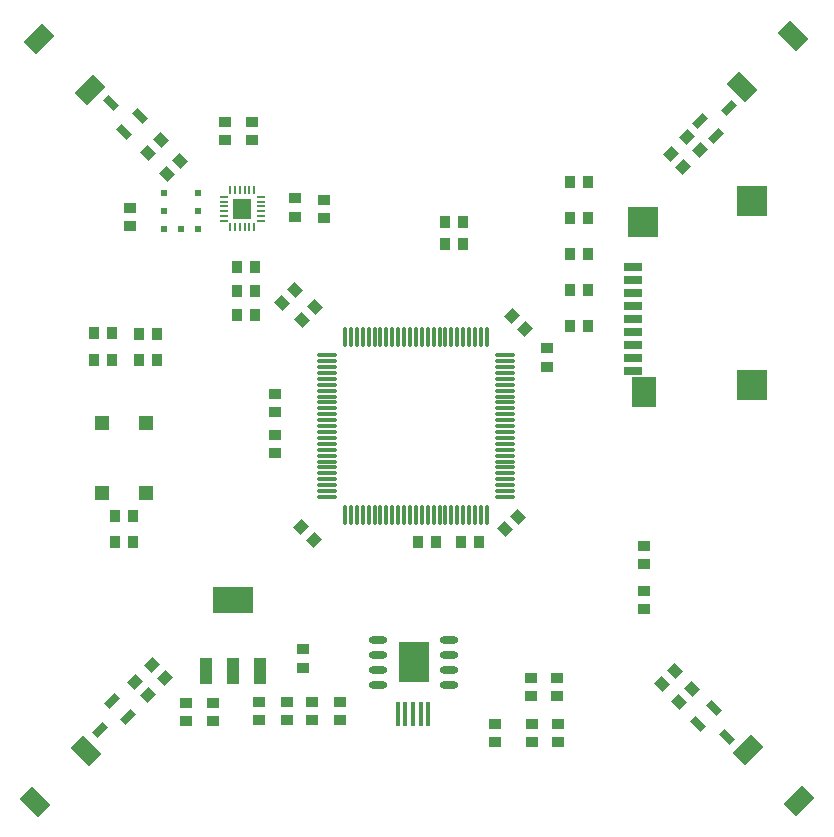
<source format=gtp>
G04 Layer_Color=8421504*
%FSLAX25Y25*%
%MOIN*%
G70*
G01*
G75*
%ADD10R,0.06299X0.06890*%
%ADD11R,0.00787X0.02756*%
%ADD12R,0.02756X0.00787*%
G04:AMPARAMS|DCode=13|XSize=36.61mil|YSize=38.58mil|CornerRadius=0mil|HoleSize=0mil|Usage=FLASHONLY|Rotation=45.000|XOffset=0mil|YOffset=0mil|HoleType=Round|Shape=Rectangle|*
%AMROTATEDRECTD13*
4,1,4,0.00070,-0.02659,-0.02659,0.00070,-0.00070,0.02659,0.02659,-0.00070,0.00070,-0.02659,0.0*
%
%ADD13ROTATEDRECTD13*%

%ADD14R,0.03661X0.03858*%
%ADD15R,0.03858X0.03661*%
G04:AMPARAMS|DCode=16|XSize=36.61mil|YSize=38.58mil|CornerRadius=0mil|HoleSize=0mil|Usage=FLASHONLY|Rotation=315.000|XOffset=0mil|YOffset=0mil|HoleType=Round|Shape=Rectangle|*
%AMROTATEDRECTD16*
4,1,4,-0.02659,-0.00070,0.00070,0.02659,0.02659,0.00070,-0.00070,-0.02659,-0.02659,-0.00070,0.0*
%
%ADD16ROTATEDRECTD16*%

G04:AMPARAMS|DCode=17|XSize=86.61mil|YSize=59.05mil|CornerRadius=0mil|HoleSize=0mil|Usage=FLASHONLY|Rotation=225.000|XOffset=0mil|YOffset=0mil|HoleType=Round|Shape=Rectangle|*
%AMROTATEDRECTD17*
4,1,4,0.00974,0.05150,0.05150,0.00974,-0.00974,-0.05150,-0.05150,-0.00974,0.00974,0.05150,0.0*
%
%ADD17ROTATEDRECTD17*%

G04:AMPARAMS|DCode=18|XSize=86.61mil|YSize=59.05mil|CornerRadius=0mil|HoleSize=0mil|Usage=FLASHONLY|Rotation=135.000|XOffset=0mil|YOffset=0mil|HoleType=Round|Shape=Rectangle|*
%AMROTATEDRECTD18*
4,1,4,0.05150,-0.00974,0.00974,-0.05150,-0.05150,0.00974,-0.00974,0.05150,0.05150,-0.00974,0.0*
%
%ADD18ROTATEDRECTD18*%

G04:AMPARAMS|DCode=19|XSize=27.56mil|YSize=49.21mil|CornerRadius=0mil|HoleSize=0mil|Usage=FLASHONLY|Rotation=225.000|XOffset=0mil|YOffset=0mil|HoleType=Round|Shape=Rectangle|*
%AMROTATEDRECTD19*
4,1,4,-0.00766,0.02714,0.02714,-0.00766,0.00766,-0.02714,-0.02714,0.00766,-0.00766,0.02714,0.0*
%
%ADD19ROTATEDRECTD19*%

G04:AMPARAMS|DCode=20|XSize=27.56mil|YSize=49.21mil|CornerRadius=0mil|HoleSize=0mil|Usage=FLASHONLY|Rotation=135.000|XOffset=0mil|YOffset=0mil|HoleType=Round|Shape=Rectangle|*
%AMROTATEDRECTD20*
4,1,4,0.02714,0.00766,-0.00766,-0.02714,-0.02714,-0.00766,0.00766,0.02714,0.02714,0.00766,0.0*
%
%ADD20ROTATEDRECTD20*%

%ADD21R,0.09842X0.09842*%
%ADD22R,0.07874X0.09842*%
%ADD23R,0.06299X0.02953*%
%ADD24R,0.01772X0.07874*%
%ADD25R,0.04724X0.04724*%
%ADD26O,0.01102X0.07087*%
%ADD27O,0.07087X0.01102*%
%ADD28R,0.13780X0.08661*%
%ADD29R,0.03937X0.08661*%
%ADD30O,0.06299X0.02362*%
%ADD31R,0.09842X0.13780*%
%ADD32R,0.02362X0.01968*%
%ADD33R,0.01968X0.02362*%
D10*
X139764Y266142D02*
D03*
D11*
X135827Y272342D02*
D03*
X137402D02*
D03*
X138976D02*
D03*
X140551D02*
D03*
X142126D02*
D03*
X143701D02*
D03*
X143701Y259941D02*
D03*
X142126D02*
D03*
X140551D02*
D03*
X138976D02*
D03*
X137402D02*
D03*
X135827D02*
D03*
D12*
X145965Y270079D02*
D03*
Y268504D02*
D03*
Y266929D02*
D03*
Y265354D02*
D03*
Y263779D02*
D03*
Y262205D02*
D03*
X133563Y262205D02*
D03*
Y263779D02*
D03*
Y265354D02*
D03*
Y266929D02*
D03*
Y268504D02*
D03*
Y270079D02*
D03*
D13*
X159667Y228959D02*
D03*
X163955Y233246D02*
D03*
X157262Y239152D02*
D03*
X152974Y234864D02*
D03*
X227384Y159274D02*
D03*
X231671Y163561D02*
D03*
X114786Y277778D02*
D03*
X119073Y282065D02*
D03*
X112774Y289152D02*
D03*
X108486Y284864D02*
D03*
X283885Y111899D02*
D03*
X279597Y107612D02*
D03*
X285444Y101766D02*
D03*
X289731Y106053D02*
D03*
D14*
X212598Y155118D02*
D03*
X218661D02*
D03*
X103425Y163779D02*
D03*
X97362D02*
D03*
X143976Y230709D02*
D03*
X137913D02*
D03*
X143976Y246850D02*
D03*
X137913D02*
D03*
X90276Y224803D02*
D03*
X96339D02*
D03*
X249071Y227213D02*
D03*
X255134D02*
D03*
X249071Y239213D02*
D03*
X255134D02*
D03*
X249071Y251213D02*
D03*
X255134D02*
D03*
X249071Y263213D02*
D03*
X255134D02*
D03*
X249071Y275213D02*
D03*
X255134D02*
D03*
X198425Y155118D02*
D03*
X204488D02*
D03*
X97362D02*
D03*
X103425D02*
D03*
X207205Y261811D02*
D03*
X213268D02*
D03*
X207205Y254331D02*
D03*
X213268D02*
D03*
X105236Y224409D02*
D03*
X111299D02*
D03*
X137913Y238779D02*
D03*
X143976D02*
D03*
X90276Y215748D02*
D03*
X96339D02*
D03*
X105236Y215747D02*
D03*
X111299D02*
D03*
D15*
X241339Y219567D02*
D03*
Y213504D02*
D03*
X150787Y198268D02*
D03*
Y204331D02*
D03*
Y190827D02*
D03*
Y184764D02*
D03*
X163150Y101850D02*
D03*
Y95787D02*
D03*
X157480Y269567D02*
D03*
Y263504D02*
D03*
X224016Y88307D02*
D03*
Y94370D02*
D03*
X145354Y101850D02*
D03*
Y95787D02*
D03*
X154646Y101850D02*
D03*
Y95787D02*
D03*
X120866Y101457D02*
D03*
Y95394D02*
D03*
X130157Y101457D02*
D03*
Y95394D02*
D03*
X273622Y153819D02*
D03*
Y147756D02*
D03*
X236221Y88307D02*
D03*
Y94370D02*
D03*
X244882Y88307D02*
D03*
Y94370D02*
D03*
X166929Y263110D02*
D03*
Y269173D02*
D03*
X273622Y138858D02*
D03*
Y132795D02*
D03*
X172441Y101850D02*
D03*
Y95787D02*
D03*
X236130Y103795D02*
D03*
Y109858D02*
D03*
X244791Y103795D02*
D03*
Y109858D02*
D03*
X133858Y289094D02*
D03*
Y295158D02*
D03*
X142913Y289094D02*
D03*
Y295158D02*
D03*
X160059Y119291D02*
D03*
Y113228D02*
D03*
X102362Y260354D02*
D03*
Y266417D02*
D03*
D16*
X163561Y155730D02*
D03*
X159274Y160018D02*
D03*
X234033Y226203D02*
D03*
X229746Y230490D02*
D03*
X282502Y284427D02*
D03*
X286789Y280140D02*
D03*
X292301Y285652D02*
D03*
X288014Y289939D02*
D03*
X114073Y109851D02*
D03*
X109786Y114138D02*
D03*
X103940Y108292D02*
D03*
X108227Y104005D02*
D03*
D17*
X89115Y305764D02*
D03*
X72134Y322746D02*
D03*
X325211Y68596D02*
D03*
X308230Y85578D02*
D03*
D18*
X306354Y306873D02*
D03*
X323336Y323854D02*
D03*
X70770Y68524D02*
D03*
X87752Y85506D02*
D03*
D19*
X100426Y291742D02*
D03*
X105716Y297031D02*
D03*
X96111Y301346D02*
D03*
X296919Y99600D02*
D03*
X291629Y94311D02*
D03*
X301234Y89996D02*
D03*
D20*
X292331Y295562D02*
D03*
X297621Y290272D02*
D03*
X301936Y299877D02*
D03*
X101774Y96817D02*
D03*
X96485Y102106D02*
D03*
X92170Y92502D02*
D03*
D21*
X309646Y268701D02*
D03*
Y207382D02*
D03*
X273327Y261713D02*
D03*
D22*
X273524Y204921D02*
D03*
D23*
X269882Y212205D02*
D03*
Y246850D02*
D03*
Y242520D02*
D03*
Y238189D02*
D03*
Y233858D02*
D03*
Y229527D02*
D03*
Y225197D02*
D03*
Y220866D02*
D03*
Y216535D02*
D03*
D24*
X191535Y97638D02*
D03*
X194095D02*
D03*
X196653D02*
D03*
X199213D02*
D03*
X201772D02*
D03*
D25*
X93110Y194882D02*
D03*
X107677D02*
D03*
X93110Y171260D02*
D03*
X107677D02*
D03*
D26*
X174016Y223425D02*
D03*
X175984D02*
D03*
X177953D02*
D03*
X179921D02*
D03*
X181890D02*
D03*
X183858D02*
D03*
X185827D02*
D03*
X187795D02*
D03*
X189764D02*
D03*
X191732D02*
D03*
X193701D02*
D03*
X195669D02*
D03*
X197638D02*
D03*
X199606D02*
D03*
X201575D02*
D03*
X203543D02*
D03*
X205512D02*
D03*
X207480D02*
D03*
X209449D02*
D03*
X211417D02*
D03*
X213386D02*
D03*
X215354D02*
D03*
X217323D02*
D03*
X219291D02*
D03*
X221260D02*
D03*
Y163976D02*
D03*
X219291D02*
D03*
X217323D02*
D03*
X215354D02*
D03*
X213386D02*
D03*
X211417D02*
D03*
X209449D02*
D03*
X207480D02*
D03*
X205512D02*
D03*
X203543D02*
D03*
X201575D02*
D03*
X199606D02*
D03*
X197638D02*
D03*
X195669D02*
D03*
X193701D02*
D03*
X191732D02*
D03*
X189764D02*
D03*
X187795D02*
D03*
X185827D02*
D03*
X183858D02*
D03*
X181890D02*
D03*
X179921D02*
D03*
X177953D02*
D03*
X175984D02*
D03*
X174016D02*
D03*
D27*
X227362Y217323D02*
D03*
Y215354D02*
D03*
Y213386D02*
D03*
Y211417D02*
D03*
Y209449D02*
D03*
Y207480D02*
D03*
Y205512D02*
D03*
Y203543D02*
D03*
Y201575D02*
D03*
Y199606D02*
D03*
Y197638D02*
D03*
Y195669D02*
D03*
Y193701D02*
D03*
Y191732D02*
D03*
Y189764D02*
D03*
Y187795D02*
D03*
Y185827D02*
D03*
Y183858D02*
D03*
Y181890D02*
D03*
Y179921D02*
D03*
Y177953D02*
D03*
Y175984D02*
D03*
Y174016D02*
D03*
Y172047D02*
D03*
Y170079D02*
D03*
X167913D02*
D03*
Y172047D02*
D03*
Y174016D02*
D03*
Y175984D02*
D03*
Y177953D02*
D03*
Y179921D02*
D03*
Y181890D02*
D03*
Y183858D02*
D03*
Y185827D02*
D03*
Y187795D02*
D03*
Y189764D02*
D03*
Y191732D02*
D03*
Y193701D02*
D03*
Y195669D02*
D03*
Y197638D02*
D03*
Y199606D02*
D03*
Y201575D02*
D03*
Y203543D02*
D03*
Y205512D02*
D03*
Y207480D02*
D03*
Y209449D02*
D03*
Y211417D02*
D03*
Y213386D02*
D03*
Y215354D02*
D03*
Y217323D02*
D03*
D28*
X136614Y135827D02*
D03*
D29*
X127559Y112205D02*
D03*
X136614D02*
D03*
X145669D02*
D03*
D30*
X185039Y122461D02*
D03*
Y117461D02*
D03*
Y112461D02*
D03*
Y107461D02*
D03*
X208661Y122461D02*
D03*
Y117461D02*
D03*
Y112461D02*
D03*
Y107303D02*
D03*
D31*
X196850Y114961D02*
D03*
D32*
X119291Y259449D02*
D03*
D33*
X125000D02*
D03*
Y265354D02*
D03*
Y271260D02*
D03*
X113583D02*
D03*
Y265354D02*
D03*
Y259449D02*
D03*
M02*

</source>
